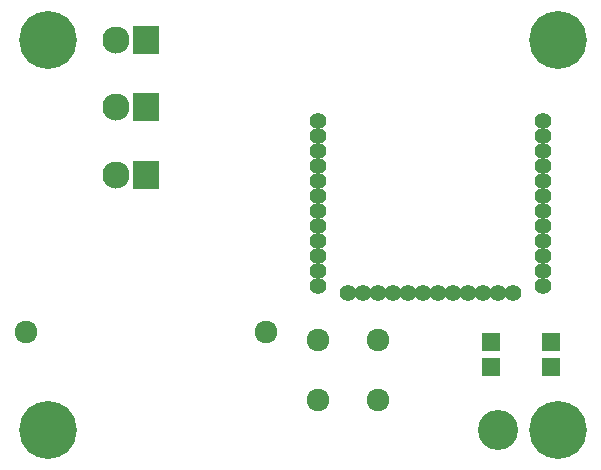
<source format=gbs>
%TF.GenerationSoftware,KiCad,Pcbnew,4.0.2+e4-6225~38~ubuntu15.10.1-stable*%
%TF.CreationDate,2016-06-09T11:59:05+01:00*%
%TF.ProjectId,igrow-101,6967726F772D3130312E6B696361645F,101*%
%TF.FileFunction,Soldermask,Bot*%
%FSLAX46Y46*%
G04 Gerber Fmt 4.6, Leading zero omitted, Abs format (unit mm)*
G04 Created by KiCad (PCBNEW 4.0.2+e4-6225~38~ubuntu15.10.1-stable) date Thu 09 Jun 2016 11:59:05 BST*
%MOMM*%
G01*
G04 APERTURE LIST*
%ADD10C,0.100000*%
%ADD11C,1.924000*%
%ADD12C,1.400000*%
%ADD13R,2.300000X2.400000*%
%ADD14C,2.300000*%
%ADD15C,4.900000*%
%ADD16C,3.400000*%
%ADD17R,1.598880X1.598880*%
G04 APERTURE END LIST*
D10*
D11*
X162560000Y-127000000D03*
X157480000Y-127000000D03*
X157480000Y-121920000D03*
X162560000Y-121920000D03*
D12*
X176530000Y-103378000D03*
X176530000Y-104648000D03*
X176530000Y-105918000D03*
X176530000Y-107188000D03*
X176530000Y-108458000D03*
X176530000Y-109728000D03*
X176530000Y-110998000D03*
X176530000Y-112268000D03*
X176530000Y-113538000D03*
X176530000Y-114808000D03*
X176530000Y-116078000D03*
X176530000Y-117348000D03*
X173990000Y-117983000D03*
X172720000Y-117983000D03*
X171450000Y-117983000D03*
X170180000Y-117983000D03*
X168910000Y-117983000D03*
X167640000Y-117983000D03*
X166370000Y-117983000D03*
X165100000Y-117983000D03*
X163830000Y-117983000D03*
X162560000Y-117983000D03*
X161290000Y-117983000D03*
X160020000Y-117983000D03*
X157480000Y-117348000D03*
X157480000Y-116078000D03*
X157480000Y-114808000D03*
X157480000Y-113538000D03*
X157480000Y-112268000D03*
X157480000Y-110998000D03*
X157480000Y-109728000D03*
X157480000Y-108458000D03*
X157480000Y-107188000D03*
X157480000Y-105918000D03*
X157480000Y-104648000D03*
X157480000Y-103378000D03*
D11*
X153035000Y-121285000D03*
X132715000Y-121285000D03*
D13*
X142875000Y-107950000D03*
D14*
X140335000Y-107950000D03*
D13*
X142875000Y-102235000D03*
D14*
X140335000Y-102235000D03*
D13*
X142875000Y-96520000D03*
D14*
X140335000Y-96520000D03*
D15*
X134620000Y-96520000D03*
X134620000Y-129540000D03*
X177800000Y-129540000D03*
X177800000Y-96520000D03*
D16*
X172720000Y-129540000D03*
D17*
X172085000Y-124239020D03*
X172085000Y-122140980D03*
X177165000Y-124239020D03*
X177165000Y-122140980D03*
M02*

</source>
